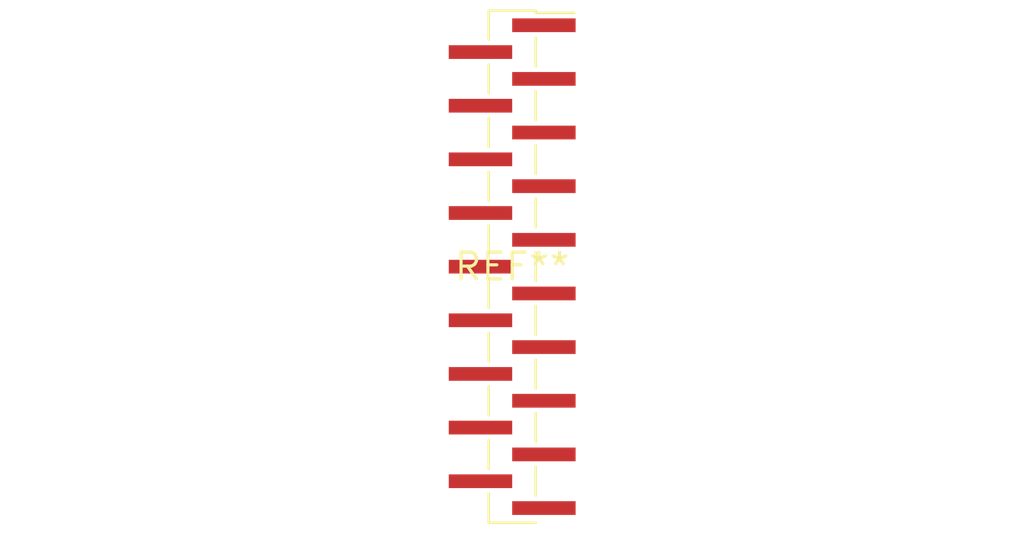
<source format=kicad_pcb>
(kicad_pcb (version 20240108) (generator pcbnew)
  (layers (0 "F.Cu" signal) (31 "B.Cu" signal) (34 "B.Paste" user) (35 "F.Paste" user) (36 "B.SilkS" user "B.Silkscreen") (37 "F.SilkS" user "F.Silkscreen") (38 "B.Mask" user) (39 "F.Mask" user) (44 "Edge.Cuts" user))
  (net 0 "")
  (footprint "PinHeader_1x19_P1.27mm_Vertical_SMD_Pin1Right" (layer "F.Cu") (at 0 0)
    (property "Reference" "REF**")
    (property "Value" "PinHeader_1x19_P1.27mm_Vertical_SMD_Pin1Right")
    (fp_line (start -1.11 -12.125) (end 1.11 -12.125) (layer "F.SilkS") (stroke (width 0.12)))
    (fp_line (start -1.11 -12.115) (end -1.11 -10.745) (layer "F.SilkS") (stroke (width 0.12)))
    (fp_line (start -1.11 -9.575) (end -1.11 -8.205) (layer "F.SilkS") (stroke (width 0.12)))
    (fp_line (start -1.11 -7.035) (end -1.11 -5.665) (layer "F.SilkS") (stroke (width 0.12)))
    (fp_line (start -1.11 -4.495) (end -1.11 -3.125) (layer "F.SilkS") (stroke (width 0.12)))
    (fp_line (start -1.11 -1.955) (end -1.11 -0.585) (layer "F.SilkS") (stroke (width 0.12)))
    (fp_line (start -1.11 0.585) (end -1.11 1.955) (layer "F.SilkS") (stroke (width 0.12)))
    (fp_line (start -1.11 3.125) (end -1.11 4.495) (layer "F.SilkS") (stroke (width 0.12)))
    (fp_line (start -1.11 5.665) (end -1.11 7.035) (layer "F.SilkS") (stroke (width 0.12)))
    (fp_line (start -1.11 8.205) (end -1.11 9.575) (layer "F.SilkS") (stroke (width 0.12)))
    (fp_line (start -1.11 10.745) (end -1.11 12.115) (layer "F.SilkS") (stroke (width 0.12)))
    (fp_line (start -1.11 12.015) (end -1.11 12.125) (layer "F.SilkS") (stroke (width 0.12)))
    (fp_line (start -1.11 12.125) (end 1.11 12.125) (layer "F.SilkS") (stroke (width 0.12)))
    (fp_line (start 1.11 -12.125) (end 1.11 -12.015) (layer "F.SilkS") (stroke (width 0.12)))
    (fp_line (start 1.11 -12.015) (end 2.94 -12.015) (layer "F.SilkS") (stroke (width 0.12)))
    (fp_line (start 1.11 -10.845) (end 1.11 -9.475) (layer "F.SilkS") (stroke (width 0.12)))
    (fp_line (start 1.11 -8.305) (end 1.11 -6.935) (layer "F.SilkS") (stroke (width 0.12)))
    (fp_line (start 1.11 -5.765) (end 1.11 -4.395) (layer "F.SilkS") (stroke (width 0.12)))
    (fp_line (start 1.11 -3.225) (end 1.11 -1.855) (layer "F.SilkS") (stroke (width 0.12)))
    (fp_line (start 1.11 -0.685) (end 1.11 0.685) (layer "F.SilkS") (stroke (width 0.12)))
    (fp_line (start 1.11 1.855) (end 1.11 3.225) (layer "F.SilkS") (stroke (width 0.12)))
    (fp_line (start 1.11 4.395) (end 1.11 5.765) (layer "F.SilkS") (stroke (width 0.12)))
    (fp_line (start 1.11 6.935) (end 1.11 8.305) (layer "F.SilkS") (stroke (width 0.12)))
    (fp_line (start 1.11 9.475) (end 1.11 10.845) (layer "F.SilkS") (stroke (width 0.12)))
    (pad "1" smd rect (at 1.5 -11.43) (size 3 0.65) (layers "F.Cu" "F.Paste" "F.Mask"))
    (pad "2" smd rect (at -1.5 -10.16) (size 3 0.65) (layers "F.Cu" "F.Paste" "F.Mask"))
    (pad "3" smd rect (at 1.5 -8.89) (size 3 0.65) (layers "F.Cu" "F.Paste" "F.Mask"))
    (pad "4" smd rect (at -1.5 -7.62) (size 3 0.65) (layers "F.Cu" "F.Paste" "F.Mask"))
    (pad "5" smd rect (at 1.5 -6.35) (size 3 0.65) (layers "F.Cu" "F.Paste" "F.Mask"))
    (pad "6" smd rect (at -1.5 -5.08) (size 3 0.65) (layers "F.Cu" "F.Paste" "F.Mask"))
    (pad "7" smd rect (at 1.5 -3.81) (size 3 0.65) (layers "F.Cu" "F.Paste" "F.Mask"))
    (pad "8" smd rect (at -1.5 -2.54) (size 3 0.65) (layers "F.Cu" "F.Paste" "F.Mask"))
    (pad "9" smd rect (at 1.5 -1.27) (size 3 0.65) (layers "F.Cu" "F.Paste" "F.Mask"))
    (pad "10" smd rect (at -1.5 0) (size 3 0.65) (layers "F.Cu" "F.Paste" "F.Mask"))
    (pad "11" smd rect (at 1.5 1.27) (size 3 0.65) (layers "F.Cu" "F.Paste" "F.Mask"))
    (pad "12" smd rect (at -1.5 2.54) (size 3 0.65) (layers "F.Cu" "F.Paste" "F.Mask"))
    (pad "13" smd rect (at 1.5 3.81) (size 3 0.65) (layers "F.Cu" "F.Paste" "F.Mask"))
    (pad "14" smd rect (at -1.5 5.08) (size 3 0.65) (layers "F.Cu" "F.Paste" "F.Mask"))
    (pad "15" smd rect (at 1.5 6.35) (size 3 0.65) (layers "F.Cu" "F.Paste" "F.Mask"))
    (pad "16" smd rect (at -1.5 7.62) (size 3 0.65) (layers "F.Cu" "F.Paste" "F.Mask"))
    (pad "17" smd rect (at 1.5 8.89) (size 3 0.65) (layers "F.Cu" "F.Paste" "F.Mask"))
    (pad "18" smd rect (at -1.5 10.16) (size 3 0.65) (layers "F.Cu" "F.Paste" "F.Mask"))
    (pad "19" smd rect (at 1.5 11.43) (size 3 0.65) (layers "F.Cu" "F.Paste" "F.Mask"))
  )
)
</source>
